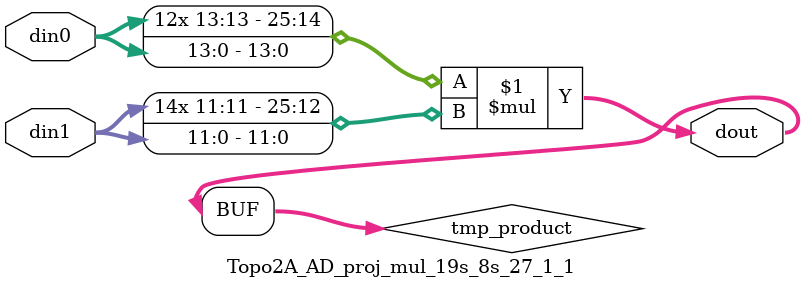
<source format=v>

`timescale 1 ns / 1 ps

 (* use_dsp = "no" *)  module Topo2A_AD_proj_mul_19s_8s_27_1_1(din0, din1, dout);
parameter ID = 1;
parameter NUM_STAGE = 0;
parameter din0_WIDTH = 14;
parameter din1_WIDTH = 12;
parameter dout_WIDTH = 26;

input [din0_WIDTH - 1 : 0] din0; 
input [din1_WIDTH - 1 : 0] din1; 
output [dout_WIDTH - 1 : 0] dout;

wire signed [dout_WIDTH - 1 : 0] tmp_product;



























assign tmp_product = $signed(din0) * $signed(din1);








assign dout = tmp_product;





















endmodule

</source>
